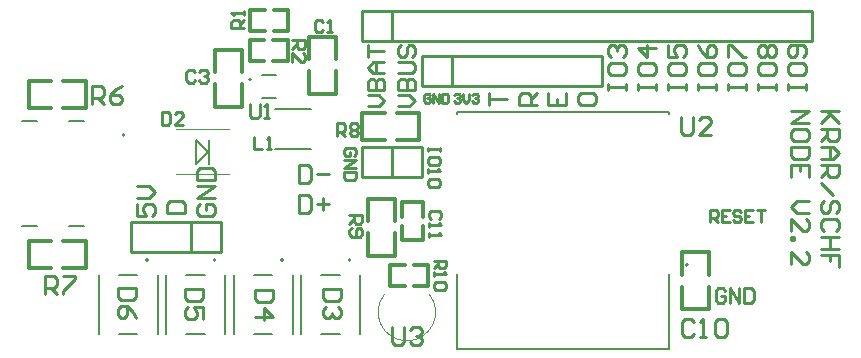
<source format=gbr>
%TF.GenerationSoftware,Altium Limited,Altium Designer,24.0.1 (36)*%
G04 Layer_Color=65535*
%FSLAX45Y45*%
%MOMM*%
%TF.SameCoordinates,A01A54B3-6B64-4A67-9B29-D4FC54FCECB2*%
%TF.FilePolarity,Positive*%
%TF.FileFunction,Legend,Top*%
%TF.Part,Single*%
G01*
G75*
%TA.AperFunction,NonConductor*%
%ADD37C,0.12000*%
%ADD38C,0.20000*%
%ADD39C,0.20320*%
%ADD40C,0.10160*%
%ADD41C,0.30480*%
%ADD42C,0.25400*%
%ADD43C,0.12700*%
D37*
X3062536Y478570D02*
G03*
X3441108Y477024I188664J-153120D01*
G01*
D38*
X5632000Y726000D02*
G03*
X5632000Y726000I-10000J0D01*
G01*
X1061500Y767880D02*
G03*
X1061500Y767880I-10000J0D01*
G01*
X2204500D02*
G03*
X2204500Y767880I-10000J0D01*
G01*
X1633000D02*
G03*
X1633000Y767880I-10000J0D01*
G01*
X2776000D02*
G03*
X2776000Y767880I-10000J0D01*
G01*
X1932800Y2295200D02*
G03*
X1932800Y2295200I-10000J0D01*
G01*
X860000Y1825000D02*
G03*
X860000Y1825000I-10000J0D01*
G01*
X390000Y1053000D02*
X515000D01*
X390000Y1947000D02*
X515000D01*
X-10000Y1053000D02*
X118000D01*
X-10000Y1947000D02*
X118000D01*
D39*
X1577180Y1582420D02*
Y1785620D01*
X1468980Y1584020D02*
Y1784020D01*
X1571280Y1684020D01*
X1468980Y1584020D02*
X1571280Y1684020D01*
D40*
X1294420Y1874520D02*
X1746540D01*
X1294420Y1493520D02*
X1746540D01*
D41*
X3315750Y547150D02*
X3430050D01*
X3315750Y724950D02*
X3430050D01*
X3112550D02*
X3239550D01*
X3112550Y547150D02*
X3239550D01*
X3430050D02*
Y724950D01*
X3112550Y547150D02*
Y724950D01*
X2926055Y1287780D02*
X3154655D01*
X2926055Y805180D02*
X3154655D01*
X2926055Y1097280D02*
Y1287780D01*
X3154655Y1097280D02*
Y1287780D01*
Y805180D02*
Y995680D01*
X2926055Y805180D02*
Y995680D01*
X3213100Y1257300D02*
X3390900D01*
X3213100Y939800D02*
X3390900D01*
X3213100Y1130300D02*
Y1257300D01*
X3390900Y1130300D02*
Y1257300D01*
Y939800D02*
Y1054100D01*
X3213100Y939800D02*
Y1054100D01*
X1625860Y2549340D02*
X1854460D01*
X1625860Y2066740D02*
X1854460D01*
X1625860Y2358840D02*
Y2549340D01*
X1854460Y2358840D02*
Y2549340D01*
Y2066740D02*
Y2257240D01*
X1625860Y2066740D02*
Y2257240D01*
X2425700Y2657100D02*
X2654300D01*
X2425700Y2174500D02*
X2654300D01*
X2425700Y2466600D02*
Y2657100D01*
X2654300Y2466600D02*
Y2657100D01*
Y2174500D02*
Y2365000D01*
X2425700Y2174500D02*
Y2365000D01*
X2873000Y1785700D02*
Y2014300D01*
X3355600Y1785700D02*
Y2014300D01*
X2873000Y1785700D02*
X3063500D01*
X2873000Y2014300D02*
X3063500D01*
X3165100D02*
X3355600D01*
X3165100Y1785700D02*
X3355600D01*
X5582920Y350520D02*
X5811520D01*
X5582920Y833120D02*
X5811520D01*
Y350520D02*
Y541020D01*
X5582920Y350520D02*
Y541020D01*
Y642620D02*
Y833120D01*
X5811520Y642620D02*
Y833120D01*
X1924050Y2628900D02*
X2038350D01*
X1924050Y2451100D02*
X2038350D01*
X2114550D02*
X2241550D01*
X2114550Y2628900D02*
X2241550D01*
X1924050Y2451100D02*
Y2628900D01*
X2241550Y2451100D02*
Y2628900D01*
X2127250Y2705100D02*
X2241550D01*
X2127250Y2882900D02*
X2241550D01*
X1924050D02*
X2051050D01*
X1924050Y2705100D02*
X2051050D01*
X2241550D02*
Y2882900D01*
X1924050Y2705100D02*
Y2882900D01*
X530860Y2052320D02*
Y2280920D01*
X48260Y2052320D02*
Y2280920D01*
X340360D02*
X530860D01*
X340360Y2052320D02*
X530860D01*
X48260D02*
X238760D01*
X48260Y2280920D02*
X238760D01*
X533400Y698500D02*
Y927100D01*
X50800Y698500D02*
Y927100D01*
X342900D02*
X533400D01*
X342900Y698500D02*
X533400D01*
X50800D02*
X241300D01*
X50800Y927100D02*
X241300D01*
D42*
X3635000Y2242000D02*
Y2496000D01*
X3381000Y2242000D02*
Y2496000D01*
X4905000D01*
X3381000Y2242000D02*
X4905000D01*
Y2496000D01*
X2873000Y1727000D02*
X3381000D01*
X2873000Y1473000D02*
Y1727000D01*
Y1473000D02*
X3381000D01*
Y1727000D01*
X3127000Y1473000D02*
Y1727000D01*
Y2623000D02*
Y2877000D01*
X2873000Y2623000D02*
Y2877000D01*
Y2877000D02*
X6683000Y2877000D01*
Y2686500D02*
Y2813500D01*
X2873000Y2623000D02*
X6683000Y2623000D01*
Y2686500D01*
Y2813500D02*
Y2877000D01*
X914400Y1092200D02*
X1676400D01*
X914400Y838200D02*
Y1092200D01*
Y838200D02*
X1676400D01*
Y1092200D01*
X1422400Y838200D02*
Y1092200D01*
X3451184Y2163879D02*
X3438488Y2176575D01*
X3413096D01*
X3400400Y2163879D01*
Y2113096D01*
X3413096Y2100400D01*
X3438488D01*
X3451184Y2113096D01*
Y2138488D01*
X3425792D01*
X3476575Y2100400D02*
Y2176575D01*
X3527359Y2100400D01*
Y2176575D01*
X3552751D02*
Y2100400D01*
X3590839D01*
X3603534Y2113096D01*
Y2163879D01*
X3590839Y2176575D01*
X3552751D01*
X3650400Y2163879D02*
X3663096Y2176575D01*
X3688488D01*
X3701184Y2163879D01*
Y2151183D01*
X3688488Y2138488D01*
X3675792D01*
X3688488D01*
X3701184Y2125792D01*
Y2113096D01*
X3688488Y2100400D01*
X3663096D01*
X3650400Y2113096D01*
X3726575Y2176575D02*
Y2125792D01*
X3751967Y2100400D01*
X3777359Y2125792D01*
Y2176575D01*
X3802751Y2163879D02*
X3815447Y2176575D01*
X3840839D01*
X3853534Y2163879D01*
Y2151183D01*
X3840839Y2138488D01*
X3828143D01*
X3840839D01*
X3853534Y2125792D01*
Y2113096D01*
X3840839Y2100400D01*
X3815447D01*
X3802751Y2113096D01*
X4447249Y2176967D02*
Y2075400D01*
X4599600D01*
Y2176967D01*
X4523425Y2075400D02*
Y2126183D01*
X3947249Y2075400D02*
Y2176967D01*
Y2126183D01*
X4099600D01*
X4349600Y2075400D02*
X4197249D01*
Y2151575D01*
X4222641Y2176967D01*
X4273424D01*
X4298816Y2151575D01*
Y2075400D01*
Y2126183D02*
X4349600Y2176967D01*
X4722641Y2075400D02*
X4697249Y2100792D01*
Y2151575D01*
X4722641Y2176967D01*
X4824208D01*
X4849600Y2151575D01*
Y2100792D01*
X4824208Y2075400D01*
X4722641D01*
X2803647Y1645315D02*
X2820308Y1661976D01*
Y1695298D01*
X2803647Y1711960D01*
X2737002D01*
X2720340Y1695298D01*
Y1661976D01*
X2737002Y1645315D01*
X2770324D01*
Y1678637D01*
X2720340Y1611992D02*
X2820308D01*
X2720340Y1545347D01*
X2820308D01*
Y1512024D02*
X2720340D01*
Y1462040D01*
X2737002Y1445379D01*
X2803647D01*
X2820308Y1462040D01*
Y1512024D01*
X3528968Y1719580D02*
Y1686257D01*
Y1702918D01*
X3429000D01*
Y1719580D01*
Y1686257D01*
X3528968Y1586289D02*
Y1619612D01*
X3512307Y1636273D01*
X3445662D01*
X3429000Y1619612D01*
Y1586289D01*
X3445662Y1569628D01*
X3512307D01*
X3528968Y1586289D01*
X3429000Y1536306D02*
Y1502983D01*
Y1519644D01*
X3528968D01*
X3512307Y1536306D01*
Y1452999D02*
X3528968Y1436338D01*
Y1403015D01*
X3512307Y1386354D01*
X3445662D01*
X3429000Y1403015D01*
Y1436338D01*
X3445662Y1452999D01*
X3512307D01*
X5715049Y2209800D02*
Y2260583D01*
Y2235192D01*
X5867400D01*
Y2209800D01*
Y2260583D01*
X5715049Y2412934D02*
Y2362151D01*
X5740441Y2336759D01*
X5842008D01*
X5867400Y2362151D01*
Y2412934D01*
X5842008Y2438326D01*
X5740441D01*
X5715049Y2412934D01*
Y2590677D02*
X5740441Y2539893D01*
X5791225Y2489110D01*
X5842008D01*
X5867400Y2514501D01*
Y2565285D01*
X5842008Y2590677D01*
X5816617D01*
X5791225Y2565285D01*
Y2489110D01*
X6477049Y2209800D02*
Y2260583D01*
Y2235192D01*
X6629400D01*
Y2209800D01*
Y2260583D01*
X6477049Y2412934D02*
Y2362151D01*
X6502441Y2336759D01*
X6604008D01*
X6629400Y2362151D01*
Y2412934D01*
X6604008Y2438326D01*
X6502441D01*
X6477049Y2412934D01*
X6604008Y2489110D02*
X6629400Y2514501D01*
Y2565285D01*
X6604008Y2590677D01*
X6502441D01*
X6477049Y2565285D01*
Y2514501D01*
X6502441Y2489110D01*
X6527833D01*
X6553225Y2514501D01*
Y2590677D01*
X6223049Y2209800D02*
Y2260583D01*
Y2235192D01*
X6375400D01*
Y2209800D01*
Y2260583D01*
X6223049Y2412934D02*
Y2362151D01*
X6248441Y2336759D01*
X6350008D01*
X6375400Y2362151D01*
Y2412934D01*
X6350008Y2438326D01*
X6248441D01*
X6223049Y2412934D01*
X6248441Y2489110D02*
X6223049Y2514501D01*
Y2565285D01*
X6248441Y2590677D01*
X6273833D01*
X6299225Y2565285D01*
X6324617Y2590677D01*
X6350008D01*
X6375400Y2565285D01*
Y2514501D01*
X6350008Y2489110D01*
X6324617D01*
X6299225Y2514501D01*
X6273833Y2489110D01*
X6248441D01*
X6299225Y2514501D02*
Y2565285D01*
X5969049Y2209800D02*
Y2260583D01*
Y2235192D01*
X6121400D01*
Y2209800D01*
Y2260583D01*
X5969049Y2412934D02*
Y2362151D01*
X5994441Y2336759D01*
X6096008D01*
X6121400Y2362151D01*
Y2412934D01*
X6096008Y2438326D01*
X5994441D01*
X5969049Y2412934D01*
Y2489110D02*
Y2590677D01*
X5994441D01*
X6096008Y2489110D01*
X6121400D01*
X5461049Y2209800D02*
Y2260583D01*
Y2235192D01*
X5613400D01*
Y2209800D01*
Y2260583D01*
X5461049Y2412934D02*
Y2362151D01*
X5486441Y2336759D01*
X5588008D01*
X5613400Y2362151D01*
Y2412934D01*
X5588008Y2438326D01*
X5486441D01*
X5461049Y2412934D01*
Y2590677D02*
Y2489110D01*
X5537225D01*
X5511833Y2539893D01*
Y2565285D01*
X5537225Y2590677D01*
X5588008D01*
X5613400Y2565285D01*
Y2514501D01*
X5588008Y2489110D01*
X5207049Y2209800D02*
Y2260583D01*
Y2235192D01*
X5359400D01*
Y2209800D01*
Y2260583D01*
X5207049Y2412934D02*
Y2362151D01*
X5232441Y2336759D01*
X5334008D01*
X5359400Y2362151D01*
Y2412934D01*
X5334008Y2438326D01*
X5232441D01*
X5207049Y2412934D01*
X5359400Y2565285D02*
X5207049D01*
X5283225Y2489110D01*
Y2590677D01*
X4953049Y2209800D02*
Y2260583D01*
Y2235192D01*
X5105400D01*
Y2209800D01*
Y2260583D01*
X4953049Y2412934D02*
Y2362151D01*
X4978441Y2336759D01*
X5080008D01*
X5105400Y2362151D01*
Y2412934D01*
X5080008Y2438326D01*
X4978441D01*
X4953049Y2412934D01*
X4978441Y2489110D02*
X4953049Y2514501D01*
Y2565285D01*
X4978441Y2590677D01*
X5003833D01*
X5029225Y2565285D01*
Y2539893D01*
Y2565285D01*
X5054617Y2590677D01*
X5080008D01*
X5105400Y2565285D01*
Y2514501D01*
X5080008Y2489110D01*
X2920745Y2070100D02*
X3014048D01*
X3060700Y2116752D01*
X3014048Y2163403D01*
X2920745D01*
Y2210055D02*
X3060700D01*
Y2280032D01*
X3037374Y2303358D01*
X3014048D01*
X2990722Y2280032D01*
Y2210055D01*
Y2280032D01*
X2967397Y2303358D01*
X2944071D01*
X2920745Y2280032D01*
Y2210055D01*
X3060700Y2350010D02*
X2967397D01*
X2920745Y2396661D01*
X2967397Y2443313D01*
X3060700D01*
X2990722D01*
Y2350010D01*
X2920745Y2489965D02*
Y2583268D01*
Y2536616D01*
X3060700D01*
X3179825Y2070100D02*
X3273128D01*
X3319780Y2116752D01*
X3273128Y2163403D01*
X3179825D01*
Y2210055D02*
X3319780D01*
Y2280032D01*
X3296454Y2303358D01*
X3273128D01*
X3249802Y2280032D01*
Y2210055D01*
Y2280032D01*
X3226477Y2303358D01*
X3203151D01*
X3179825Y2280032D01*
Y2210055D01*
Y2350010D02*
X3296454D01*
X3319780Y2373336D01*
Y2419987D01*
X3296454Y2443313D01*
X3179825D01*
X3203151Y2583268D02*
X3179825Y2559942D01*
Y2513290D01*
X3203151Y2489965D01*
X3226477D01*
X3249802Y2513290D01*
Y2559942D01*
X3273128Y2583268D01*
X3296454D01*
X3319780Y2559942D01*
Y2513290D01*
X3296454Y2489965D01*
X965249Y1244567D02*
Y1143000D01*
X1041425D01*
X1016033Y1193783D01*
Y1219175D01*
X1041425Y1244567D01*
X1092208D01*
X1117600Y1219175D01*
Y1168392D01*
X1092208Y1143000D01*
X965249Y1295351D02*
X1066817D01*
X1117600Y1346134D01*
X1066817Y1396918D01*
X965249D01*
X1219249Y1168400D02*
X1371600D01*
Y1244575D01*
X1346208Y1269967D01*
X1244641D01*
X1219249Y1244575D01*
Y1168400D01*
X1498641Y1244567D02*
X1473249Y1219175D01*
Y1168392D01*
X1498641Y1143000D01*
X1600208D01*
X1625600Y1168392D01*
Y1219175D01*
X1600208Y1244567D01*
X1549425D01*
Y1193783D01*
X1625600Y1295351D02*
X1473249D01*
X1625600Y1396918D01*
X1473249D01*
Y1447701D02*
X1625600D01*
Y1523877D01*
X1600208Y1549269D01*
X1498641D01*
X1473249Y1523877D01*
Y1447701D01*
X2336800Y1574751D02*
Y1422400D01*
X2412975D01*
X2438367Y1447792D01*
Y1549359D01*
X2412975Y1574751D01*
X2336800D01*
X2489151Y1498575D02*
X2590718D01*
X2336800Y1320751D02*
Y1168400D01*
X2412975D01*
X2438367Y1193792D01*
Y1295359D01*
X2412975Y1320751D01*
X2336800D01*
X2489151Y1244575D02*
X2590718D01*
X2539934Y1295359D02*
Y1193792D01*
X6502400Y2032000D02*
X6654751D01*
X6502400Y1930433D01*
X6654751D01*
Y1803474D02*
Y1854257D01*
X6629359Y1879649D01*
X6527792D01*
X6502400Y1854257D01*
Y1803474D01*
X6527792Y1778082D01*
X6629359D01*
X6654751Y1803474D01*
Y1727299D02*
X6502400D01*
Y1651123D01*
X6527792Y1625731D01*
X6629359D01*
X6654751Y1651123D01*
Y1727299D01*
Y1473381D02*
Y1574948D01*
X6502400D01*
Y1473381D01*
X6578575Y1574948D02*
Y1524164D01*
X6654751Y1270246D02*
X6553183D01*
X6502400Y1219463D01*
X6553183Y1168679D01*
X6654751D01*
X6502400Y1016328D02*
Y1117896D01*
X6603967Y1016328D01*
X6629359D01*
X6654751Y1041720D01*
Y1092504D01*
X6629359Y1117896D01*
X6502400Y965545D02*
X6527792D01*
Y940153D01*
X6502400D01*
Y965545D01*
Y737019D02*
Y838586D01*
X6603967Y737019D01*
X6629359D01*
X6654751Y762411D01*
Y813194D01*
X6629359Y838586D01*
X6908751Y2032000D02*
X6756400D01*
X6807183D01*
X6908751Y1930433D01*
X6832575Y2006608D01*
X6756400Y1930433D01*
Y1879649D02*
X6908751D01*
Y1803474D01*
X6883359Y1778082D01*
X6832575D01*
X6807183Y1803474D01*
Y1879649D01*
Y1828866D02*
X6756400Y1778082D01*
Y1727299D02*
X6857967D01*
X6908751Y1676515D01*
X6857967Y1625731D01*
X6756400D01*
X6832575D01*
Y1727299D01*
X6756400Y1574948D02*
X6908751D01*
Y1498772D01*
X6883359Y1473381D01*
X6832575D01*
X6807183Y1498772D01*
Y1574948D01*
Y1524164D02*
X6756400Y1473381D01*
Y1422597D02*
X6857967Y1321030D01*
X6883359Y1168679D02*
X6908751Y1194071D01*
Y1244855D01*
X6883359Y1270246D01*
X6857967D01*
X6832575Y1244855D01*
Y1194071D01*
X6807183Y1168679D01*
X6781792D01*
X6756400Y1194071D01*
Y1244855D01*
X6781792Y1270246D01*
X6883359Y1016328D02*
X6908751Y1041720D01*
Y1092504D01*
X6883359Y1117896D01*
X6781792D01*
X6756400Y1092504D01*
Y1041720D01*
X6781792Y1016328D01*
X6908751Y965545D02*
X6756400D01*
X6832575D01*
Y863978D01*
X6908751D01*
X6756400D01*
X6908751Y711627D02*
Y813194D01*
X6832575D01*
Y762411D01*
Y813194D01*
X6756400D01*
X5947374Y506368D02*
X5927381Y526361D01*
X5887394D01*
X5867400Y506368D01*
Y426394D01*
X5887394Y406400D01*
X5927381D01*
X5947374Y426394D01*
Y466381D01*
X5907387D01*
X5987361Y406400D02*
Y526361D01*
X6067335Y406400D01*
Y526361D01*
X6107322D02*
Y406400D01*
X6167303D01*
X6187296Y426394D01*
Y506368D01*
X6167303Y526361D01*
X6107322D01*
X5816600Y1092200D02*
Y1192168D01*
X5866584D01*
X5883245Y1175506D01*
Y1142184D01*
X5866584Y1125523D01*
X5816600D01*
X5849923D02*
X5883245Y1092200D01*
X5983213Y1192168D02*
X5916568D01*
Y1092200D01*
X5983213D01*
X5916568Y1142184D02*
X5949890D01*
X6083181Y1175506D02*
X6066519Y1192168D01*
X6033197D01*
X6016536Y1175506D01*
Y1158845D01*
X6033197Y1142184D01*
X6066519D01*
X6083181Y1125523D01*
Y1108861D01*
X6066519Y1092200D01*
X6033197D01*
X6016536Y1108861D01*
X6183148Y1192168D02*
X6116503D01*
Y1092200D01*
X6183148D01*
X6116503Y1142184D02*
X6149826D01*
X6216471Y1192168D02*
X6283116D01*
X6249794D01*
Y1092200D01*
X3480616Y762499D02*
X3580584D01*
Y712515D01*
X3563922Y695854D01*
X3530600D01*
X3513938Y712515D01*
Y762499D01*
Y729177D02*
X3480616Y695854D01*
Y662532D02*
Y629209D01*
Y645870D01*
X3580584D01*
X3563922Y662532D01*
Y579225D02*
X3580584Y562564D01*
Y529241D01*
X3563922Y512580D01*
X3497277D01*
X3480616Y529241D01*
Y562564D01*
X3497277Y579225D01*
X3563922D01*
X2764418Y1148277D02*
X2874382D01*
Y1093295D01*
X2856055Y1074967D01*
X2819400D01*
X2801073Y1093295D01*
Y1148277D01*
Y1111622D02*
X2764418Y1074967D01*
X2782745Y1038313D02*
X2764418Y1019985D01*
Y983330D01*
X2782745Y965003D01*
X2856055D01*
X2874382Y983330D01*
Y1019985D01*
X2856055Y1038313D01*
X2837728D01*
X2819400Y1019985D01*
Y965003D01*
X3523283Y1113533D02*
X3539944Y1130194D01*
Y1163517D01*
X3523283Y1180178D01*
X3456637D01*
X3439976Y1163517D01*
Y1130194D01*
X3456637Y1113533D01*
X3439976Y1080210D02*
Y1046888D01*
Y1063549D01*
X3539944D01*
X3523283Y1080210D01*
X3439976Y996904D02*
Y963582D01*
Y980243D01*
X3539944D01*
X3523283Y996904D01*
X2656643Y1814458D02*
Y1924422D01*
X2711625D01*
X2729953Y1906095D01*
Y1869440D01*
X2711625Y1851113D01*
X2656643D01*
X2693298D02*
X2729953Y1814458D01*
X2766607Y1906095D02*
X2784935Y1924422D01*
X2821590D01*
X2839917Y1906095D01*
Y1887768D01*
X2821590Y1869440D01*
X2839917Y1851113D01*
Y1832785D01*
X2821590Y1814458D01*
X2784935D01*
X2766607Y1832785D01*
Y1851113D01*
X2784935Y1869440D01*
X2766607Y1887768D01*
Y1906095D01*
X2784935Y1869440D02*
X2821590D01*
X5573041Y1976175D02*
Y1849217D01*
X5598433Y1823825D01*
X5649217D01*
X5674608Y1849217D01*
Y1976175D01*
X5826959Y1823825D02*
X5725392D01*
X5826959Y1925392D01*
Y1950784D01*
X5801567Y1976175D01*
X5750784D01*
X5725392Y1950784D01*
X957675Y533339D02*
X805325D01*
Y457163D01*
X830716Y431772D01*
X932283D01*
X957675Y457163D01*
Y533339D01*
Y279421D02*
X932283Y330205D01*
X881500Y380988D01*
X830716D01*
X805325Y355596D01*
Y304813D01*
X830716Y279421D01*
X856108D01*
X881500Y304813D01*
Y380988D01*
X1175823Y2023482D02*
Y1913518D01*
X1230805D01*
X1249133Y1931845D01*
Y2005155D01*
X1230805Y2023482D01*
X1175823D01*
X1359097Y1913518D02*
X1285787D01*
X1359097Y1986828D01*
Y2005155D01*
X1340770Y2023482D01*
X1304115D01*
X1285787Y2005155D01*
X1924086Y2089441D02*
Y1989473D01*
X1944080Y1969479D01*
X1984067D01*
X2004060Y1989473D01*
Y2089441D01*
X2044047Y1969479D02*
X2084034D01*
X2064041D01*
Y2089441D01*
X2044047Y2069447D01*
X3124077Y203575D02*
Y76617D01*
X3149469Y51225D01*
X3200252D01*
X3225644Y76617D01*
Y203575D01*
X3276428Y178184D02*
X3301819Y203575D01*
X3352603D01*
X3377995Y178184D01*
Y152792D01*
X3352603Y127400D01*
X3327211D01*
X3352603D01*
X3377995Y102008D01*
Y76617D01*
X3352603Y51225D01*
X3301819D01*
X3276428Y76617D01*
X2281818Y2629097D02*
X2391782D01*
Y2574115D01*
X2373455Y2555787D01*
X2336800D01*
X2318473Y2574115D01*
Y2629097D01*
Y2592442D02*
X2281818Y2555787D01*
Y2445823D02*
Y2519133D01*
X2355128Y2445823D01*
X2373455D01*
X2391782Y2464150D01*
Y2500805D01*
X2373455Y2519133D01*
X1876162Y2728311D02*
X1766198D01*
Y2783293D01*
X1784525Y2801620D01*
X1821180D01*
X1839507Y2783293D01*
Y2728311D01*
Y2764965D02*
X1876162Y2801620D01*
Y2838275D02*
Y2874930D01*
Y2856602D01*
X1766198D01*
X1784525Y2838275D01*
X1953611Y1812662D02*
Y1702698D01*
X2026920D01*
X2063575D02*
X2100230D01*
X2081902D01*
Y1812662D01*
X2063575Y1794335D01*
X5679469Y246363D02*
X5654077Y271755D01*
X5603294D01*
X5577902Y246363D01*
Y144797D01*
X5603294Y119405D01*
X5654077D01*
X5679469Y144797D01*
X5730252Y119405D02*
X5781036D01*
X5755644D01*
Y271755D01*
X5730252Y246363D01*
X5857211D02*
X5882603Y271755D01*
X5933387D01*
X5958779Y246363D01*
Y144797D01*
X5933387Y119405D01*
X5882603D01*
X5857211Y144797D01*
Y246363D01*
X190541Y482625D02*
Y634975D01*
X266717D01*
X292108Y609583D01*
Y558800D01*
X266717Y533408D01*
X190541D01*
X241325D02*
X292108Y482625D01*
X342892Y634975D02*
X444459D01*
Y609583D01*
X342892Y508017D01*
Y482625D01*
X581701Y2090445D02*
Y2242795D01*
X657877D01*
X683268Y2217403D01*
Y2166620D01*
X657877Y2141228D01*
X581701D01*
X632485D02*
X683268Y2090445D01*
X835619Y2242795D02*
X784835Y2217403D01*
X734052Y2166620D01*
Y2115837D01*
X759444Y2090445D01*
X810227D01*
X835619Y2115837D01*
Y2141228D01*
X810227Y2166620D01*
X734052D01*
X1529176Y519838D02*
X1376825D01*
Y443663D01*
X1402217Y418271D01*
X1503784D01*
X1529176Y443663D01*
Y519838D01*
Y265920D02*
Y367488D01*
X1453000D01*
X1478392Y316704D01*
Y291312D01*
X1453000Y265920D01*
X1402217D01*
X1376825Y291312D01*
Y342096D01*
X1402217Y367488D01*
X2120875Y513039D02*
X1968525D01*
Y436863D01*
X1993917Y411472D01*
X2095483D01*
X2120875Y436863D01*
Y513039D01*
X1968525Y284513D02*
X2120875D01*
X2044700Y360688D01*
Y259121D01*
X2692375Y525739D02*
X2540025D01*
Y449563D01*
X2565417Y424172D01*
X2666983D01*
X2692375Y449563D01*
Y525739D01*
X2666983Y373388D02*
X2692375Y347996D01*
Y297213D01*
X2666983Y271821D01*
X2641592D01*
X2616200Y297213D01*
Y322605D01*
Y297213D01*
X2590808Y271821D01*
X2565417D01*
X2540025Y297213D01*
Y347996D01*
X2565417Y373388D01*
X1457413Y2360755D02*
X1439085Y2379082D01*
X1402430D01*
X1384103Y2360755D01*
Y2287445D01*
X1402430Y2269118D01*
X1439085D01*
X1457413Y2287445D01*
X1494067Y2360755D02*
X1512395Y2379082D01*
X1549050D01*
X1567377Y2360755D01*
Y2342428D01*
X1549050Y2324100D01*
X1530722D01*
X1549050D01*
X1567377Y2305773D01*
Y2287445D01*
X1549050Y2269118D01*
X1512395D01*
X1494067Y2287445D01*
X2542540Y2784935D02*
X2524213Y2803262D01*
X2487558D01*
X2469231Y2784935D01*
Y2711625D01*
X2487558Y2693298D01*
X2524213D01*
X2542540Y2711625D01*
X2579195Y2693298D02*
X2615850D01*
X2597522D01*
Y2803262D01*
X2579195Y2784935D01*
D43*
X3672000Y16000D02*
X5472000D01*
X3672000D02*
Y649000D01*
Y2016000D02*
X5472000D01*
Y16000D02*
Y649000D01*
X3672000Y2003000D02*
Y2016000D01*
X5472000Y2003000D02*
Y2016000D01*
X641500Y142880D02*
Y642880D01*
X1141500Y142880D02*
Y642880D01*
X812850D02*
X970150D01*
X812850Y142880D02*
X970150D01*
X1955850D02*
X2113150D01*
X1955850Y642880D02*
X2113150D01*
X2284500Y142880D02*
Y642880D01*
X1784500Y142880D02*
Y642880D01*
X1213000Y142880D02*
Y642880D01*
X1713000Y142880D02*
Y642880D01*
X1384350D02*
X1541650D01*
X1384350Y142880D02*
X1541650D01*
X2527350D02*
X2684650D01*
X2527350Y642880D02*
X2684650D01*
X2856000Y142880D02*
Y642880D01*
X2356000Y142880D02*
Y642880D01*
X2136000Y2049600D02*
X2436000D01*
X2136000Y1709600D02*
X2436000D01*
X2022800Y2332700D02*
X2142800D01*
X2022800Y2137700D02*
X2142800D01*
%TF.MD5,cba6644ff847ebe59a0bb2b9171d28e6*%
M02*

</source>
